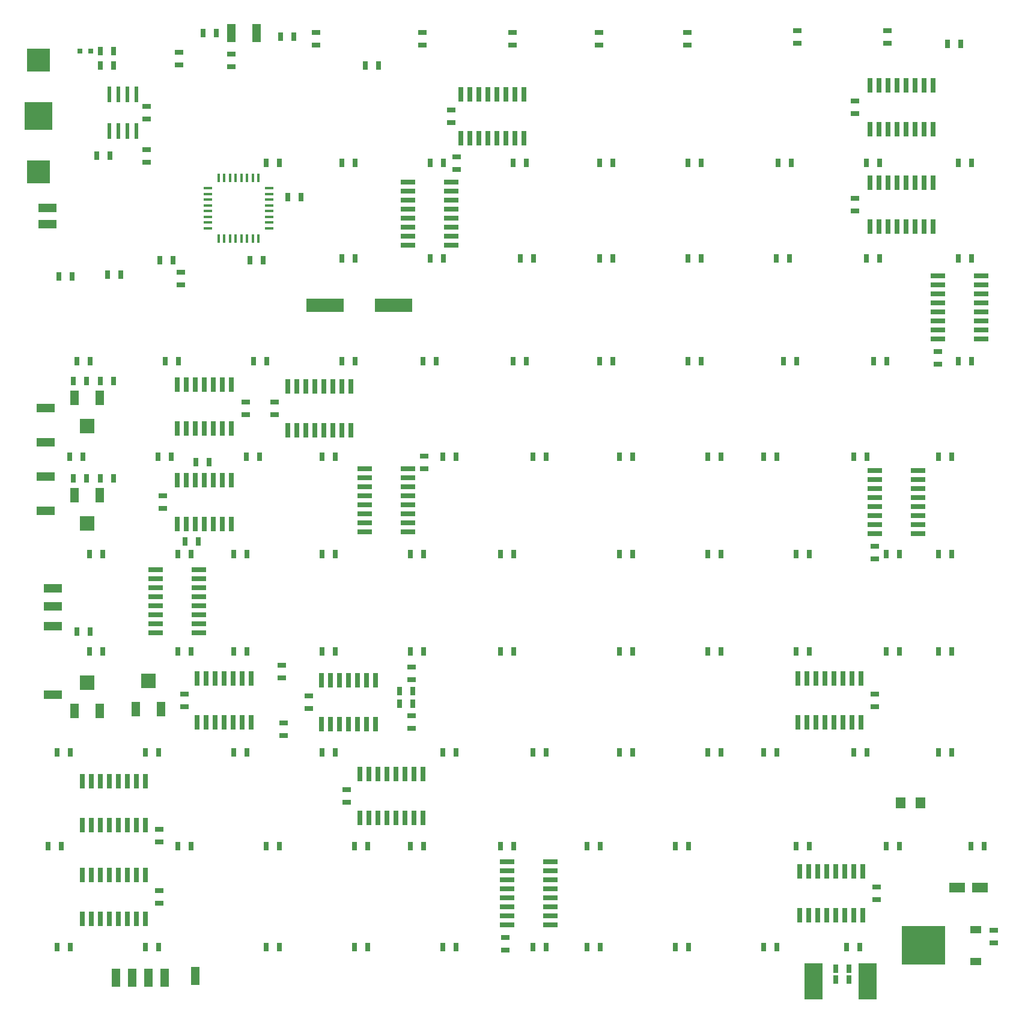
<source format=gtp>
G75*
G70*
%OFA0B0*%
%FSLAX24Y24*%
%IPPOS*%
%LPD*%
%AMOC8*
5,1,8,0,0,1.08239X$1,22.5*
%
%ADD10R,0.0315X0.0472*%
%ADD11R,0.0315X0.0315*%
%ADD12R,0.0181X0.0500*%
%ADD13R,0.0500X0.0181*%
%ADD14R,0.0472X0.0315*%
%ADD15R,0.0240X0.0870*%
%ADD16R,0.2100X0.0760*%
%ADD17R,0.1560X0.1560*%
%ADD18R,0.1250X0.1250*%
%ADD19R,0.0260X0.0800*%
%ADD20R,0.0512X0.0787*%
%ADD21R,0.0787X0.0787*%
%ADD22R,0.0800X0.0260*%
%ADD23R,0.0866X0.0551*%
%ADD24R,0.1000X0.2000*%
%ADD25R,0.0500X0.1000*%
%ADD26R,0.2441X0.2126*%
%ADD27R,0.0630X0.0394*%
%ADD28R,0.1000X0.0500*%
%ADD29R,0.0551X0.0630*%
D10*
X003329Y004502D03*
X004038Y004502D03*
X008229Y004502D03*
X008938Y004502D03*
X010029Y010102D03*
X010738Y010102D03*
X014929Y010102D03*
X015638Y010102D03*
X019829Y010102D03*
X020538Y010102D03*
X022929Y010102D03*
X023638Y010102D03*
X027929Y010102D03*
X028638Y010102D03*
X032729Y010102D03*
X033438Y010102D03*
X037629Y010102D03*
X038338Y010102D03*
X039429Y015302D03*
X040138Y015302D03*
X042529Y015302D03*
X043238Y015302D03*
X047529Y015302D03*
X048238Y015302D03*
X052229Y015302D03*
X052938Y015302D03*
X054029Y010102D03*
X054738Y010102D03*
X050038Y010102D03*
X049329Y010102D03*
X045038Y010102D03*
X044329Y010102D03*
X043238Y004502D03*
X042529Y004502D03*
X046529Y003302D03*
X046529Y002702D03*
X047238Y002702D03*
X047238Y003302D03*
X047129Y004502D03*
X047838Y004502D03*
X038338Y004502D03*
X037629Y004502D03*
X033438Y004502D03*
X032729Y004502D03*
X030438Y004502D03*
X029729Y004502D03*
X025438Y004502D03*
X024729Y004502D03*
X020538Y004502D03*
X019829Y004502D03*
X015638Y004502D03*
X014929Y004502D03*
X013838Y015302D03*
X013129Y015302D03*
X008938Y015302D03*
X008229Y015302D03*
X004038Y015302D03*
X003329Y015302D03*
X003538Y010102D03*
X002829Y010102D03*
X005129Y020902D03*
X005838Y020902D03*
X005138Y022002D03*
X004429Y022002D03*
X005129Y026302D03*
X005838Y026302D03*
X010029Y026302D03*
X010738Y026302D03*
X010429Y027002D03*
X011138Y027002D03*
X013129Y026302D03*
X013838Y026302D03*
X018029Y026302D03*
X018738Y026302D03*
X022929Y026302D03*
X023638Y026302D03*
X027929Y026302D03*
X028638Y026302D03*
X028638Y020902D03*
X027929Y020902D03*
X023638Y020902D03*
X022929Y020902D03*
X023038Y018702D03*
X023038Y018002D03*
X022329Y018002D03*
X022329Y018702D03*
X024729Y015302D03*
X025438Y015302D03*
X029729Y015302D03*
X030438Y015302D03*
X034529Y015302D03*
X035238Y015302D03*
X035238Y020902D03*
X034529Y020902D03*
X039429Y020902D03*
X040138Y020902D03*
X044329Y020902D03*
X045038Y020902D03*
X049329Y020902D03*
X050038Y020902D03*
X052229Y020902D03*
X052938Y020902D03*
X052938Y026302D03*
X052229Y026302D03*
X050038Y026302D03*
X049329Y026302D03*
X045038Y026302D03*
X044329Y026302D03*
X040138Y026302D03*
X039429Y026302D03*
X035238Y026302D03*
X034529Y026302D03*
X034529Y031702D03*
X035238Y031702D03*
X039429Y031702D03*
X040138Y031702D03*
X042529Y031702D03*
X043238Y031702D03*
X047529Y031702D03*
X048238Y031702D03*
X052229Y031702D03*
X052938Y031702D03*
X053329Y037002D03*
X054038Y037002D03*
X049338Y037002D03*
X048629Y037002D03*
X044338Y037002D03*
X043629Y037002D03*
X039038Y037002D03*
X038329Y037002D03*
X034138Y037002D03*
X033429Y037002D03*
X029338Y037002D03*
X028629Y037002D03*
X024338Y037002D03*
X023629Y037002D03*
X019838Y037002D03*
X019129Y037002D03*
X014938Y037002D03*
X014229Y037002D03*
X010038Y037002D03*
X009329Y037002D03*
X006438Y035902D03*
X005729Y035902D03*
X004938Y035902D03*
X004229Y035902D03*
X004429Y037002D03*
X005138Y037002D03*
X004138Y041702D03*
X003429Y041702D03*
X006129Y041802D03*
X006838Y041802D03*
X009029Y042602D03*
X009738Y042602D03*
X014029Y042602D03*
X014738Y042602D03*
X016129Y046102D03*
X016838Y046102D03*
X015638Y048002D03*
X014929Y048002D03*
X019129Y048002D03*
X019838Y048002D03*
X024029Y048002D03*
X024738Y048002D03*
X028629Y048002D03*
X029338Y048002D03*
X033429Y048002D03*
X034138Y048002D03*
X038329Y048002D03*
X039038Y048002D03*
X043329Y048002D03*
X044038Y048002D03*
X048229Y048002D03*
X048938Y048002D03*
X053329Y048002D03*
X054038Y048002D03*
X054038Y042702D03*
X053329Y042702D03*
X048938Y042702D03*
X048229Y042702D03*
X043938Y042702D03*
X043229Y042702D03*
X039038Y042702D03*
X038329Y042702D03*
X034138Y042702D03*
X033429Y042702D03*
X029738Y042702D03*
X029029Y042702D03*
X024738Y042702D03*
X024029Y042702D03*
X019838Y042702D03*
X019129Y042702D03*
X020429Y053402D03*
X021138Y053402D03*
X016438Y055002D03*
X015729Y055002D03*
X012138Y055202D03*
X011429Y055202D03*
X006438Y054202D03*
X005729Y054202D03*
X005729Y053402D03*
X006438Y053402D03*
X006238Y048402D03*
X005529Y048402D03*
X004738Y031702D03*
X004029Y031702D03*
X004229Y030502D03*
X004938Y030502D03*
X005729Y030502D03*
X006438Y030502D03*
X008929Y031702D03*
X009638Y031702D03*
X011029Y031402D03*
X011738Y031402D03*
X013829Y031702D03*
X014538Y031702D03*
X018029Y031702D03*
X018738Y031702D03*
X024729Y031702D03*
X025438Y031702D03*
X029729Y031702D03*
X030438Y031702D03*
X018738Y020902D03*
X018029Y020902D03*
X013838Y020902D03*
X013129Y020902D03*
X010738Y020902D03*
X010029Y020902D03*
X018029Y015302D03*
X018738Y015302D03*
X052729Y054602D03*
X053438Y054602D03*
D11*
X005179Y054202D03*
X004589Y054202D03*
D12*
X012281Y047192D03*
X012596Y047192D03*
X012911Y047192D03*
X013226Y047192D03*
X013541Y047192D03*
X013856Y047192D03*
X014171Y047192D03*
X014486Y047192D03*
X014486Y043812D03*
X014171Y043812D03*
X013856Y043812D03*
X013541Y043812D03*
X013226Y043812D03*
X012911Y043812D03*
X012596Y043812D03*
X012281Y043812D03*
D13*
X011694Y044399D03*
X011694Y044714D03*
X011694Y045029D03*
X011694Y045344D03*
X011694Y045659D03*
X011694Y045974D03*
X011694Y046289D03*
X011694Y046604D03*
X015074Y046604D03*
X015074Y046289D03*
X015074Y045974D03*
X015074Y045659D03*
X015074Y045344D03*
X015074Y045029D03*
X015074Y044714D03*
X015074Y044399D03*
D14*
X010184Y041956D03*
X010184Y041247D03*
X013784Y034756D03*
X013784Y034047D03*
X015384Y034047D03*
X015384Y034756D03*
X009184Y029556D03*
X009184Y028847D03*
X015784Y020156D03*
X015784Y019447D03*
X017284Y018456D03*
X017284Y017747D03*
X015884Y016956D03*
X015884Y016247D03*
X019384Y013256D03*
X019384Y012547D03*
X022984Y016647D03*
X022984Y017356D03*
X022984Y019347D03*
X022984Y020056D03*
X023684Y031047D03*
X023684Y031756D03*
X010384Y018556D03*
X010384Y017847D03*
X008984Y011056D03*
X008984Y010347D03*
X008984Y007656D03*
X008984Y006947D03*
X028184Y005056D03*
X028184Y004347D03*
X048784Y007147D03*
X048784Y007856D03*
X055284Y005456D03*
X055284Y004747D03*
X048684Y017847D03*
X048684Y018556D03*
X048684Y026047D03*
X048684Y026756D03*
X052184Y036847D03*
X052184Y037556D03*
X047584Y045347D03*
X047584Y046056D03*
X047584Y050747D03*
X047584Y051456D03*
X049384Y054647D03*
X049384Y055356D03*
X044384Y055356D03*
X044384Y054647D03*
X038284Y054547D03*
X038284Y055256D03*
X033384Y055256D03*
X033384Y054547D03*
X028584Y054547D03*
X028584Y055256D03*
X025184Y050956D03*
X025184Y050247D03*
X025484Y048356D03*
X025484Y047647D03*
X023584Y054547D03*
X023584Y055256D03*
X017684Y055256D03*
X017684Y054547D03*
X012984Y054056D03*
X012984Y053347D03*
X010084Y053447D03*
X010084Y054156D03*
X008284Y051156D03*
X008284Y050447D03*
X008284Y048756D03*
X008284Y048047D03*
D15*
X007734Y049772D03*
X007234Y049772D03*
X006734Y049772D03*
X006234Y049772D03*
X006234Y051832D03*
X006734Y051832D03*
X007234Y051832D03*
X007734Y051832D03*
D16*
X018184Y040102D03*
X021984Y040102D03*
D17*
X002284Y050602D03*
D18*
X002284Y047502D03*
X002284Y053702D03*
D19*
X009984Y035712D03*
X010484Y035712D03*
X010984Y035712D03*
X011484Y035712D03*
X011984Y035712D03*
X012484Y035712D03*
X012984Y035712D03*
X012984Y033292D03*
X012484Y033292D03*
X011984Y033292D03*
X011484Y033292D03*
X010984Y033292D03*
X010484Y033292D03*
X009984Y033292D03*
X009984Y030412D03*
X010484Y030412D03*
X010984Y030412D03*
X011484Y030412D03*
X011984Y030412D03*
X012484Y030412D03*
X012984Y030412D03*
X012984Y027992D03*
X012484Y027992D03*
X011984Y027992D03*
X011484Y027992D03*
X010984Y027992D03*
X010484Y027992D03*
X009984Y027992D03*
X016134Y033192D03*
X016634Y033192D03*
X017134Y033192D03*
X017634Y033192D03*
X018134Y033192D03*
X018634Y033192D03*
X019134Y033192D03*
X019634Y033192D03*
X019634Y035612D03*
X019134Y035612D03*
X018634Y035612D03*
X018134Y035612D03*
X017634Y035612D03*
X017134Y035612D03*
X016634Y035612D03*
X016134Y035612D03*
X025734Y049392D03*
X026234Y049392D03*
X026734Y049392D03*
X027234Y049392D03*
X027734Y049392D03*
X028234Y049392D03*
X028734Y049392D03*
X029234Y049392D03*
X029234Y051812D03*
X028734Y051812D03*
X028234Y051812D03*
X027734Y051812D03*
X027234Y051812D03*
X026734Y051812D03*
X026234Y051812D03*
X025734Y051812D03*
X048434Y052312D03*
X048934Y052312D03*
X049434Y052312D03*
X049934Y052312D03*
X050434Y052312D03*
X050934Y052312D03*
X051434Y052312D03*
X051934Y052312D03*
X051934Y049892D03*
X051434Y049892D03*
X050934Y049892D03*
X050434Y049892D03*
X049934Y049892D03*
X049434Y049892D03*
X048934Y049892D03*
X048434Y049892D03*
X048434Y046912D03*
X048934Y046912D03*
X049434Y046912D03*
X049934Y046912D03*
X050434Y046912D03*
X050934Y046912D03*
X051434Y046912D03*
X051934Y046912D03*
X051934Y044492D03*
X051434Y044492D03*
X050934Y044492D03*
X050434Y044492D03*
X049934Y044492D03*
X049434Y044492D03*
X048934Y044492D03*
X048434Y044492D03*
X047934Y019412D03*
X047434Y019412D03*
X046934Y019412D03*
X046434Y019412D03*
X045934Y019412D03*
X045434Y019412D03*
X044934Y019412D03*
X044434Y019412D03*
X044434Y016992D03*
X044934Y016992D03*
X045434Y016992D03*
X045934Y016992D03*
X046434Y016992D03*
X046934Y016992D03*
X047434Y016992D03*
X047934Y016992D03*
X048034Y008712D03*
X047534Y008712D03*
X047034Y008712D03*
X046534Y008712D03*
X046034Y008712D03*
X045534Y008712D03*
X045034Y008712D03*
X044534Y008712D03*
X044534Y006292D03*
X045034Y006292D03*
X045534Y006292D03*
X046034Y006292D03*
X046534Y006292D03*
X047034Y006292D03*
X047534Y006292D03*
X048034Y006292D03*
X023634Y011692D03*
X023134Y011692D03*
X022634Y011692D03*
X022134Y011692D03*
X021634Y011692D03*
X021134Y011692D03*
X020634Y011692D03*
X020134Y011692D03*
X020134Y014112D03*
X020634Y014112D03*
X021134Y014112D03*
X021634Y014112D03*
X022134Y014112D03*
X022634Y014112D03*
X023134Y014112D03*
X023634Y014112D03*
X020984Y016892D03*
X020484Y016892D03*
X019984Y016892D03*
X019484Y016892D03*
X018984Y016892D03*
X018484Y016892D03*
X017984Y016892D03*
X017984Y019312D03*
X018484Y019312D03*
X018984Y019312D03*
X019484Y019312D03*
X019984Y019312D03*
X020484Y019312D03*
X020984Y019312D03*
X014084Y019412D03*
X013584Y019412D03*
X013084Y019412D03*
X012584Y019412D03*
X012084Y019412D03*
X011584Y019412D03*
X011084Y019412D03*
X011084Y016992D03*
X011584Y016992D03*
X012084Y016992D03*
X012584Y016992D03*
X013084Y016992D03*
X013584Y016992D03*
X014084Y016992D03*
X008234Y013712D03*
X007734Y013712D03*
X007234Y013712D03*
X006734Y013712D03*
X006234Y013712D03*
X005734Y013712D03*
X005234Y013712D03*
X004734Y013712D03*
X004734Y011292D03*
X005234Y011292D03*
X005734Y011292D03*
X006234Y011292D03*
X006734Y011292D03*
X007234Y011292D03*
X007734Y011292D03*
X008234Y011292D03*
X008234Y008512D03*
X007734Y008512D03*
X007234Y008512D03*
X006734Y008512D03*
X006234Y008512D03*
X005734Y008512D03*
X005234Y008512D03*
X004734Y008512D03*
X004734Y006092D03*
X005234Y006092D03*
X005734Y006092D03*
X006234Y006092D03*
X006734Y006092D03*
X007234Y006092D03*
X007734Y006092D03*
X008234Y006092D03*
D20*
X007675Y017714D03*
X009092Y017714D03*
X005692Y017614D03*
X004275Y017614D03*
X004275Y029589D03*
X005692Y029589D03*
X005692Y034989D03*
X004275Y034989D03*
D21*
X004984Y033414D03*
X004984Y028014D03*
X004984Y019189D03*
X008384Y019289D03*
D22*
X008774Y021952D03*
X008774Y022452D03*
X008774Y022952D03*
X008774Y023452D03*
X008774Y023952D03*
X008774Y024452D03*
X008774Y024952D03*
X008774Y025452D03*
X011194Y025452D03*
X011194Y024952D03*
X011194Y024452D03*
X011194Y023952D03*
X011194Y023452D03*
X011194Y022952D03*
X011194Y022452D03*
X011194Y021952D03*
X020374Y027552D03*
X020374Y028052D03*
X020374Y028552D03*
X020374Y029052D03*
X020374Y029552D03*
X020374Y030052D03*
X020374Y030552D03*
X020374Y031052D03*
X022794Y031052D03*
X022794Y030552D03*
X022794Y030052D03*
X022794Y029552D03*
X022794Y029052D03*
X022794Y028552D03*
X022794Y028052D03*
X022794Y027552D03*
X022774Y043452D03*
X022774Y043952D03*
X022774Y044452D03*
X022774Y044952D03*
X022774Y045452D03*
X022774Y045952D03*
X022774Y046452D03*
X022774Y046952D03*
X025194Y046952D03*
X025194Y046452D03*
X025194Y045952D03*
X025194Y045452D03*
X025194Y044952D03*
X025194Y044452D03*
X025194Y043952D03*
X025194Y043452D03*
X048674Y030952D03*
X048674Y030452D03*
X048674Y029952D03*
X048674Y029452D03*
X048674Y028952D03*
X048674Y028452D03*
X048674Y027952D03*
X048674Y027452D03*
X051094Y027452D03*
X051094Y027952D03*
X051094Y028452D03*
X051094Y028952D03*
X051094Y029452D03*
X051094Y029952D03*
X051094Y030452D03*
X051094Y030952D03*
X052174Y038252D03*
X052174Y038752D03*
X052174Y039252D03*
X052174Y039752D03*
X052174Y040252D03*
X052174Y040752D03*
X052174Y041252D03*
X052174Y041752D03*
X054594Y041752D03*
X054594Y041252D03*
X054594Y040752D03*
X054594Y040252D03*
X054594Y039752D03*
X054594Y039252D03*
X054594Y038752D03*
X054594Y038252D03*
X030694Y009252D03*
X030694Y008752D03*
X030694Y008252D03*
X030694Y007752D03*
X030694Y007252D03*
X030694Y006752D03*
X030694Y006252D03*
X030694Y005752D03*
X028274Y005752D03*
X028274Y006252D03*
X028274Y006752D03*
X028274Y007252D03*
X028274Y007752D03*
X028274Y008252D03*
X028274Y008752D03*
X028274Y009252D03*
D23*
X053254Y007802D03*
X054514Y007802D03*
D24*
X048284Y002602D03*
X045284Y002602D03*
D25*
X010984Y002902D03*
X009284Y002802D03*
X008384Y002802D03*
X007484Y002802D03*
X006584Y002802D03*
X012984Y055202D03*
X014384Y055202D03*
D26*
X051400Y004602D03*
D27*
X054274Y005499D03*
X054274Y003704D03*
D28*
X003084Y018502D03*
X003084Y022302D03*
X003084Y023402D03*
X003084Y024402D03*
X002684Y028702D03*
X002684Y030602D03*
X002684Y032502D03*
X002684Y034402D03*
X002784Y044602D03*
X002784Y045502D03*
D29*
X050133Y012502D03*
X051235Y012502D03*
M02*

</source>
